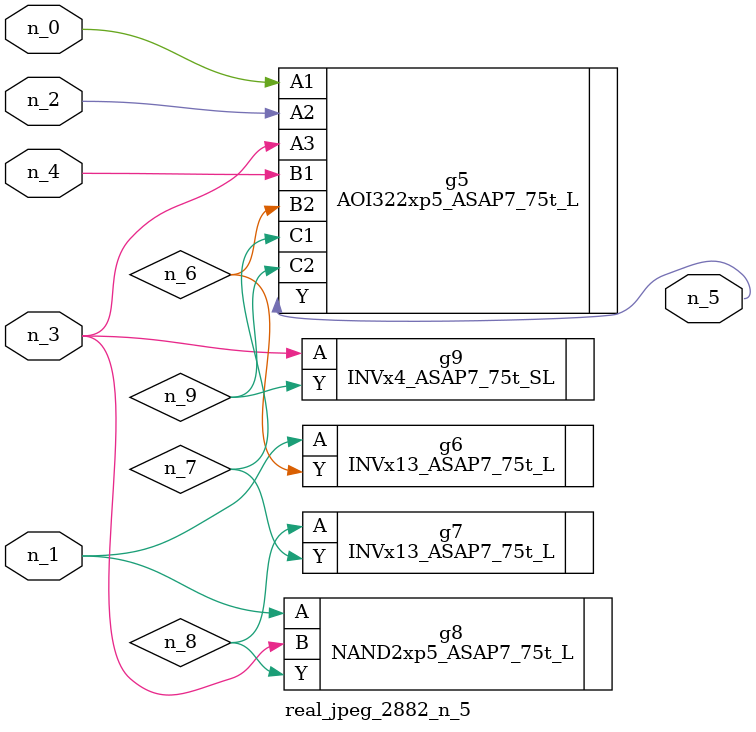
<source format=v>
module real_jpeg_2882_n_5 (n_4, n_0, n_1, n_2, n_3, n_5);

input n_4;
input n_0;
input n_1;
input n_2;
input n_3;

output n_5;

wire n_8;
wire n_6;
wire n_7;
wire n_9;

AOI322xp5_ASAP7_75t_L g5 ( 
.A1(n_0),
.A2(n_2),
.A3(n_3),
.B1(n_4),
.B2(n_6),
.C1(n_7),
.C2(n_9),
.Y(n_5)
);

INVx13_ASAP7_75t_L g6 ( 
.A(n_1),
.Y(n_6)
);

NAND2xp5_ASAP7_75t_L g8 ( 
.A(n_1),
.B(n_3),
.Y(n_8)
);

INVx4_ASAP7_75t_SL g9 ( 
.A(n_3),
.Y(n_9)
);

INVx13_ASAP7_75t_L g7 ( 
.A(n_8),
.Y(n_7)
);


endmodule
</source>
